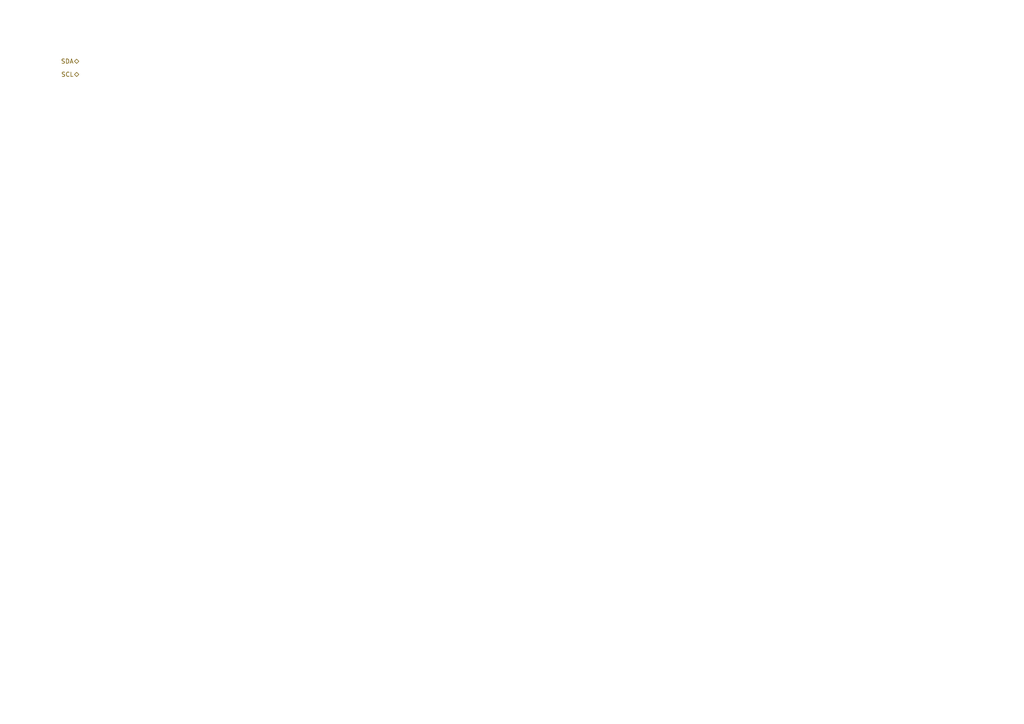
<source format=kicad_sch>
(kicad_sch (version 20230121) (generator eeschema)
  (paper "A4")
  (lib_symbols)
  (hierarchical_label "SDA" (shape bidirectional) (at 22.86 17.78 180))
  (hierarchical_label "SCL" (shape bidirectional) (at 22.86 21.59 180))
)
</source>
